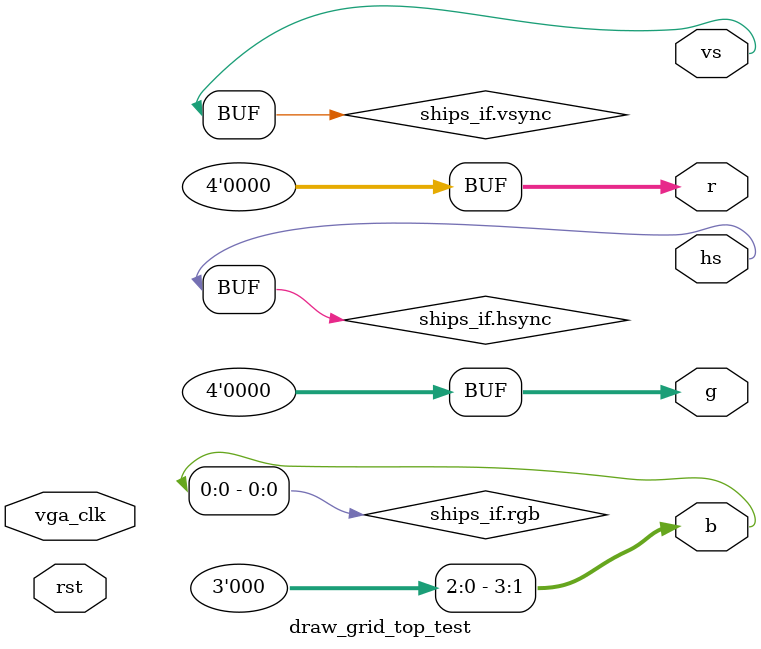
<source format=sv>
/**
 * AGH University of Science and Technology
 * 2023
 * Author: Natalia Kapuscinska 
 *
 * Description:
 * The draw_ships module test enviroment.
 */

 `timescale 1 ns / 1 ps

 module draw_grid_top_test (
     input logic vga_clk,
     input logic rst,
 
     output logic vs,
     output logic hs,
     output logic [3:0] r,
     output logic [3:0] g,
     output logic [3:0] b
 );
 
 
     /**
      * Local variables and signals
      */
 
     // VGA interfaces
     vga_if tim_if();
     vga_if bg_if();
     vga_if ships_if();
 
 
     /**
      * Signals assignments
      */
 
     assign vs = ships_if.vsync;
     assign hs = ships_if.hsync;
     assign {r,g,b} = ships_if.rgb;
 
 
     /**
      * Submodules instances
      */
 
     vga_timing u_vga_timing (
         .clk(vga_clk),
         .rst,
         .out(tim_if)
     );
 
     draw_bg u_draw_bg (
         .clk(vga_clk),
         .rst,
 
         .in(tim_if),
         .out(bg_if)
     );
 
     draw_grid #(.X_POS(3), .Y_POS(3))
         u_draw_ships(
            .clk(vga_clk),
            .rst,
            .in(bg_if),
            .out(ships_if)
         );
             
 
 endmodule
 
</source>
